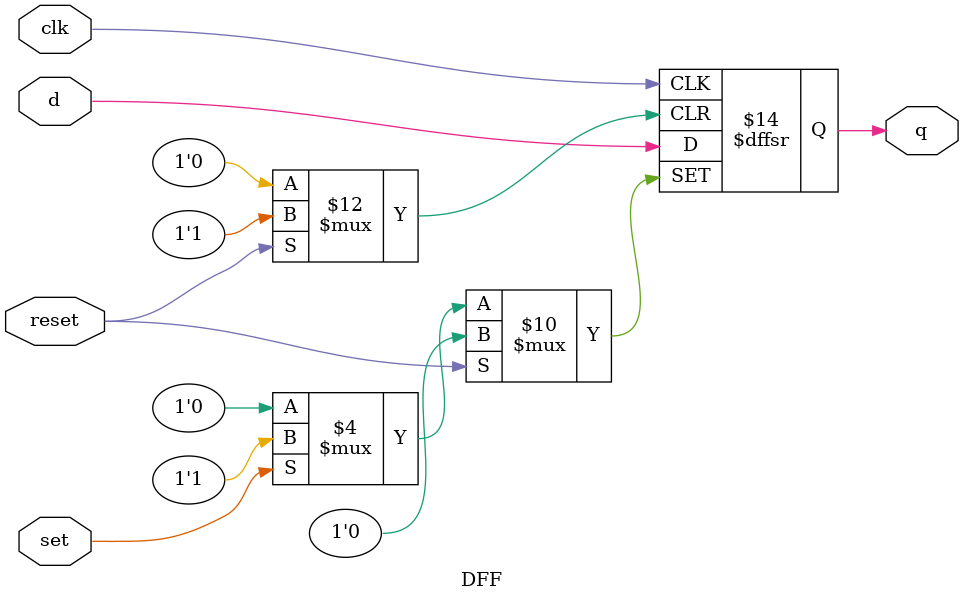
<source format=v>
`timescale 1ns / 1ps

module DFF(output reg q, input d, set, reset, clk);
  always @(posedge clk or posedge reset or posedge set)
    begin
      if(reset)
        q <= 1'b0;
      else if(set)
        q <= 1'b1;
      else
        q <= d;
    end
endmodule


</source>
